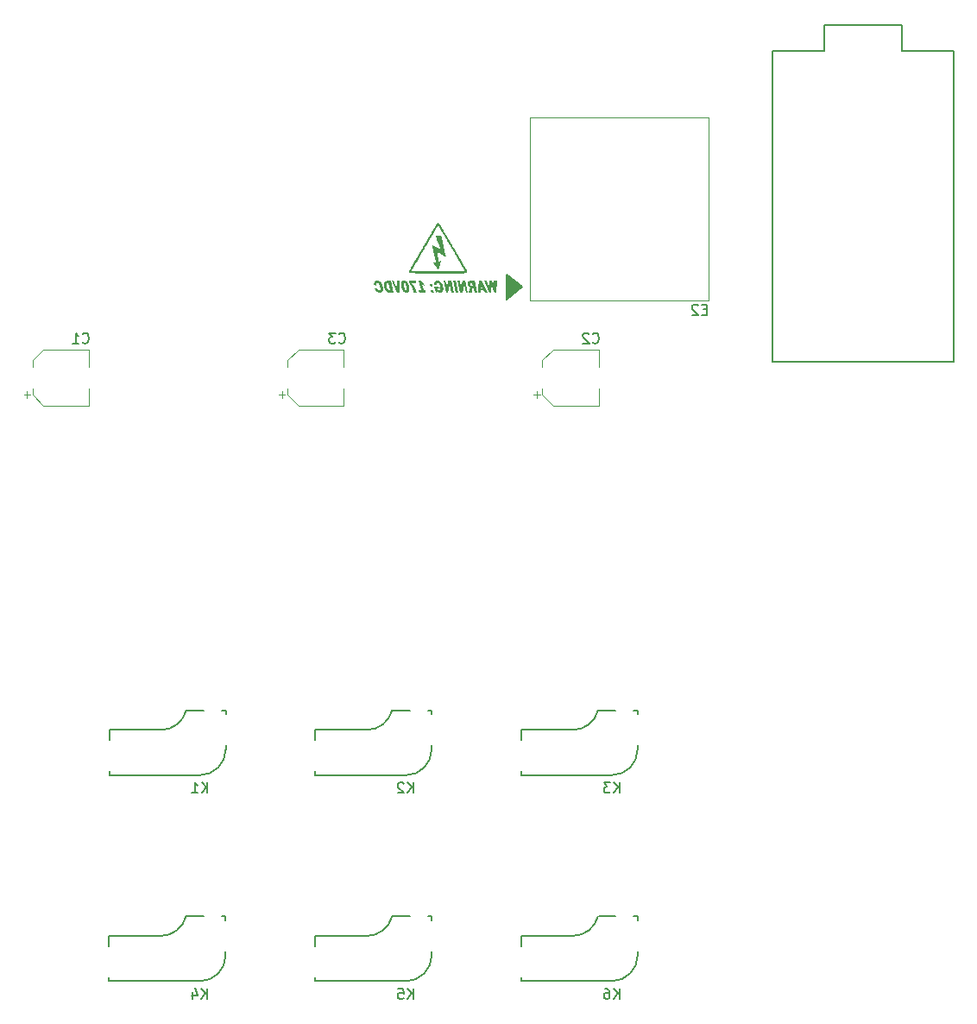
<source format=gbo>
G04 #@! TF.GenerationSoftware,KiCad,Pcbnew,7.0.1*
G04 #@! TF.CreationDate,2023-04-24T18:26:11+10:00*
G04 #@! TF.ProjectId,phi,7068692e-6b69-4636-9164-5f7063625858,rev?*
G04 #@! TF.SameCoordinates,Original*
G04 #@! TF.FileFunction,Legend,Bot*
G04 #@! TF.FilePolarity,Positive*
%FSLAX46Y46*%
G04 Gerber Fmt 4.6, Leading zero omitted, Abs format (unit mm)*
G04 Created by KiCad (PCBNEW 7.0.1) date 2023-04-24 18:26:11*
%MOMM*%
%LPD*%
G01*
G04 APERTURE LIST*
%ADD10C,0.150000*%
%ADD11C,0.300000*%
%ADD12C,0.120000*%
%ADD13C,0.100000*%
G04 APERTURE END LIST*
D10*
X107735000Y-53155000D02*
X106235000Y-54405000D01*
X106235000Y-51905000D01*
X107735000Y-53155000D01*
G36*
X107735000Y-53155000D02*
G01*
X106235000Y-54405000D01*
X106235000Y-51905000D01*
X107735000Y-53155000D01*
G37*
D11*
G36*
X105259905Y-52556771D02*
G01*
X104993192Y-52556771D01*
X105048879Y-53341376D01*
X104749926Y-52556771D01*
X104512229Y-52556771D01*
X104547693Y-53342842D01*
X104258412Y-52556771D01*
X104033611Y-52556771D01*
X104511643Y-53701000D01*
X104744651Y-53701000D01*
X104729703Y-52964461D01*
X105024846Y-53701000D01*
X105255509Y-53701000D01*
X105259905Y-52556771D01*
G37*
G36*
X104327581Y-53701000D02*
G01*
X104083436Y-53701000D01*
X103978803Y-53457147D01*
X103684246Y-53457147D01*
X103680143Y-53701000D01*
X103413429Y-53701000D01*
X103445602Y-53250811D01*
X103691866Y-53250811D01*
X103885307Y-53250811D01*
X103706228Y-52848397D01*
X103691866Y-53250811D01*
X103445602Y-53250811D01*
X103495202Y-52556771D01*
X103753415Y-52556771D01*
X104327581Y-53701000D01*
G37*
G36*
X103333709Y-53701000D02*
G01*
X103072564Y-53701000D01*
X102979068Y-53250811D01*
X102874141Y-53250811D01*
X102820799Y-53701000D01*
X102537672Y-53701000D01*
X102637616Y-53200106D01*
X102627097Y-53194740D01*
X102606795Y-53183245D01*
X102587479Y-53170734D01*
X102569147Y-53157206D01*
X102551800Y-53142661D01*
X102535437Y-53127100D01*
X102520059Y-53110522D01*
X102505665Y-53092928D01*
X102492256Y-53074316D01*
X102479832Y-53054688D01*
X102473989Y-53044493D01*
X102468392Y-53034044D01*
X102463042Y-53023340D01*
X102457937Y-53012382D01*
X102453079Y-53001170D01*
X102448467Y-52989704D01*
X102444100Y-52977984D01*
X102439981Y-52966010D01*
X102436107Y-52953781D01*
X102432479Y-52941299D01*
X102429098Y-52928562D01*
X102425963Y-52915571D01*
X102423073Y-52902325D01*
X102420797Y-52890962D01*
X102417916Y-52874171D01*
X102415937Y-52859624D01*
X102671601Y-52859624D01*
X102672494Y-52873364D01*
X102674033Y-52885047D01*
X102676304Y-52897343D01*
X102680557Y-52915160D01*
X102685619Y-52931827D01*
X102691493Y-52947345D01*
X102698176Y-52961713D01*
X102705671Y-52974932D01*
X102713976Y-52987001D01*
X102723091Y-52997921D01*
X102733018Y-53007692D01*
X102743754Y-53016313D01*
X102755302Y-53023784D01*
X102767660Y-53030106D01*
X102780828Y-53035279D01*
X102794807Y-53039302D01*
X102809597Y-53042176D01*
X102825197Y-53043900D01*
X102841608Y-53044475D01*
X102936277Y-53044475D01*
X102877658Y-52763107D01*
X102788852Y-52763107D01*
X102779330Y-52763205D01*
X102764617Y-52763803D01*
X102751349Y-52764945D01*
X102737335Y-52767033D01*
X102725403Y-52769905D01*
X102714113Y-52774244D01*
X102708558Y-52777272D01*
X102698410Y-52785222D01*
X102690582Y-52794252D01*
X102683736Y-52805217D01*
X102678649Y-52816157D01*
X102676437Y-52822099D01*
X102673250Y-52835021D01*
X102671853Y-52846843D01*
X102671601Y-52859624D01*
X102415937Y-52859624D01*
X102415673Y-52857684D01*
X102414069Y-52841501D01*
X102413104Y-52825621D01*
X102412777Y-52810046D01*
X102413090Y-52794775D01*
X102414041Y-52779807D01*
X102415632Y-52765144D01*
X102417861Y-52750784D01*
X102420729Y-52736729D01*
X102422975Y-52727581D01*
X102426800Y-52714315D01*
X102431170Y-52701594D01*
X102436087Y-52689420D01*
X102441550Y-52677792D01*
X102447559Y-52666710D01*
X102454114Y-52656174D01*
X102461215Y-52646185D01*
X102468862Y-52636741D01*
X102477056Y-52627844D01*
X102485795Y-52619492D01*
X102488805Y-52616814D01*
X102497899Y-52609174D01*
X102510177Y-52599910D01*
X102522628Y-52591699D01*
X102535254Y-52584541D01*
X102548054Y-52578436D01*
X102561028Y-52573385D01*
X102574176Y-52569387D01*
X102587498Y-52566443D01*
X102590879Y-52565848D01*
X102605348Y-52563656D01*
X102617192Y-52562211D01*
X102629885Y-52560936D01*
X102643429Y-52559831D01*
X102657823Y-52558896D01*
X102673067Y-52558131D01*
X102689161Y-52557536D01*
X102706105Y-52557111D01*
X102717873Y-52556922D01*
X102730019Y-52556808D01*
X102742543Y-52556771D01*
X103096011Y-52556771D01*
X103333709Y-53701000D01*
G37*
G36*
X102190359Y-52556771D02*
G01*
X101906939Y-52556771D01*
X101776221Y-53218278D01*
X101638761Y-52556771D01*
X101433011Y-52556771D01*
X101670708Y-53701000D01*
X101901957Y-53701000D01*
X102060519Y-52923721D01*
X102222306Y-53701000D01*
X102428056Y-53701000D01*
X102190359Y-52556771D01*
G37*
G36*
X101237812Y-52556771D02*
G01*
X100976667Y-52556771D01*
X101214364Y-53701000D01*
X101475509Y-53701000D01*
X101237812Y-52556771D01*
G37*
G36*
X100789382Y-52556771D02*
G01*
X100505963Y-52556771D01*
X100375244Y-53218278D01*
X100237784Y-52556771D01*
X100032034Y-52556771D01*
X100269731Y-53701000D01*
X100500980Y-53701000D01*
X100659542Y-52923721D01*
X100821329Y-53701000D01*
X101027079Y-53701000D01*
X100789382Y-52556771D01*
G37*
G36*
X99559570Y-53081990D02*
G01*
X99158621Y-53081990D01*
X99287288Y-53701000D01*
X99406284Y-53701000D01*
X99410387Y-53588452D01*
X99423980Y-53604353D01*
X99438162Y-53619227D01*
X99452932Y-53633076D01*
X99468291Y-53645898D01*
X99484238Y-53657695D01*
X99500773Y-53668466D01*
X99517898Y-53678212D01*
X99535610Y-53686931D01*
X99553911Y-53694625D01*
X99572801Y-53701293D01*
X99592279Y-53706935D01*
X99612345Y-53711551D01*
X99633000Y-53715141D01*
X99654243Y-53717706D01*
X99676075Y-53719244D01*
X99698496Y-53719757D01*
X99710476Y-53719605D01*
X99722236Y-53719149D01*
X99745097Y-53717326D01*
X99767079Y-53714286D01*
X99788182Y-53710030D01*
X99808405Y-53704559D01*
X99827749Y-53697872D01*
X99846214Y-53689969D01*
X99863799Y-53680849D01*
X99880505Y-53670515D01*
X99896332Y-53658964D01*
X99911280Y-53646197D01*
X99925348Y-53632215D01*
X99938538Y-53617016D01*
X99950847Y-53600602D01*
X99962278Y-53582972D01*
X99972829Y-53564126D01*
X99982378Y-53544265D01*
X99990873Y-53523592D01*
X99998314Y-53502106D01*
X100004703Y-53479807D01*
X100007502Y-53468353D01*
X100010038Y-53456695D01*
X100012311Y-53444834D01*
X100014320Y-53432770D01*
X100016066Y-53420503D01*
X100017549Y-53408033D01*
X100018768Y-53395359D01*
X100019724Y-53382482D01*
X100020417Y-53369402D01*
X100020846Y-53356119D01*
X100021012Y-53342633D01*
X100020915Y-53328943D01*
X100020554Y-53315050D01*
X100019930Y-53300954D01*
X100019043Y-53286654D01*
X100017892Y-53272152D01*
X100016478Y-53257446D01*
X100014801Y-53242537D01*
X100012860Y-53227425D01*
X100010656Y-53212109D01*
X100008189Y-53196591D01*
X100005459Y-53180869D01*
X100002465Y-53164944D01*
X99999207Y-53148815D01*
X99995496Y-53131362D01*
X99991615Y-53114135D01*
X99987564Y-53097136D01*
X99983344Y-53080365D01*
X99978954Y-53063820D01*
X99974395Y-53047503D01*
X99969667Y-53031413D01*
X99964769Y-53015550D01*
X99959702Y-52999915D01*
X99954465Y-52984507D01*
X99949059Y-52969326D01*
X99943483Y-52954372D01*
X99937738Y-52939646D01*
X99931824Y-52925146D01*
X99925740Y-52910875D01*
X99919487Y-52896830D01*
X99913064Y-52883013D01*
X99906471Y-52869422D01*
X99899710Y-52856060D01*
X99892779Y-52842924D01*
X99885678Y-52830016D01*
X99878408Y-52817335D01*
X99870969Y-52804881D01*
X99863360Y-52792654D01*
X99855581Y-52780655D01*
X99847633Y-52768883D01*
X99839516Y-52757338D01*
X99831229Y-52746021D01*
X99822773Y-52734930D01*
X99814148Y-52724067D01*
X99805353Y-52713432D01*
X99796388Y-52703023D01*
X99787270Y-52692871D01*
X99778013Y-52683041D01*
X99768617Y-52673534D01*
X99759083Y-52664349D01*
X99749411Y-52655486D01*
X99739599Y-52646945D01*
X99729650Y-52638727D01*
X99719562Y-52630831D01*
X99709335Y-52623257D01*
X99698970Y-52616006D01*
X99688466Y-52609077D01*
X99677824Y-52602470D01*
X99667043Y-52596185D01*
X99656123Y-52590223D01*
X99645065Y-52584583D01*
X99633869Y-52579265D01*
X99622534Y-52574270D01*
X99611061Y-52569597D01*
X99599449Y-52565246D01*
X99587698Y-52561217D01*
X99575809Y-52557511D01*
X99563781Y-52554127D01*
X99551615Y-52551065D01*
X99539310Y-52548326D01*
X99526867Y-52545909D01*
X99514285Y-52543814D01*
X99501565Y-52542041D01*
X99488706Y-52540591D01*
X99475709Y-52539463D01*
X99462573Y-52538657D01*
X99449299Y-52538174D01*
X99435886Y-52538013D01*
X99414484Y-52538398D01*
X99393841Y-52539555D01*
X99373955Y-52541483D01*
X99354828Y-52544181D01*
X99336458Y-52547651D01*
X99318846Y-52551892D01*
X99301992Y-52556904D01*
X99285896Y-52562687D01*
X99270558Y-52569242D01*
X99255978Y-52576567D01*
X99242156Y-52584663D01*
X99229091Y-52593531D01*
X99216785Y-52603169D01*
X99205237Y-52613579D01*
X99194446Y-52624760D01*
X99184413Y-52636711D01*
X99175139Y-52649434D01*
X99166622Y-52662928D01*
X99158863Y-52677193D01*
X99151862Y-52692229D01*
X99145619Y-52708036D01*
X99140134Y-52724615D01*
X99135406Y-52741964D01*
X99131437Y-52760084D01*
X99128226Y-52778976D01*
X99125772Y-52798639D01*
X99124077Y-52819072D01*
X99123139Y-52840277D01*
X99122959Y-52862253D01*
X99123537Y-52885000D01*
X99124873Y-52908518D01*
X99126967Y-52932807D01*
X99370819Y-52971202D01*
X99369678Y-52958399D01*
X99368818Y-52946003D01*
X99368240Y-52934013D01*
X99367929Y-52911253D01*
X99368744Y-52890118D01*
X99370686Y-52870609D01*
X99373754Y-52852726D01*
X99377949Y-52836469D01*
X99383270Y-52821837D01*
X99389718Y-52808831D01*
X99397293Y-52797451D01*
X99405994Y-52787696D01*
X99415822Y-52779568D01*
X99426776Y-52773065D01*
X99438857Y-52768187D01*
X99452064Y-52764936D01*
X99466398Y-52763310D01*
X99473988Y-52763107D01*
X99488320Y-52763795D01*
X99502409Y-52765858D01*
X99516257Y-52769297D01*
X99529863Y-52774112D01*
X99543226Y-52780302D01*
X99556347Y-52787867D01*
X99569227Y-52796809D01*
X99581864Y-52807126D01*
X99594258Y-52818818D01*
X99602387Y-52827377D01*
X99610408Y-52836548D01*
X99614378Y-52841362D01*
X99622191Y-52851710D01*
X99629876Y-52863189D01*
X99637432Y-52875798D01*
X99644860Y-52889539D01*
X99652160Y-52904411D01*
X99659331Y-52920415D01*
X99666375Y-52937549D01*
X99673290Y-52955815D01*
X99680077Y-52975211D01*
X99686735Y-52995739D01*
X99693266Y-53017398D01*
X99699668Y-53040188D01*
X99702821Y-53052008D01*
X99705942Y-53064110D01*
X99709031Y-53076494D01*
X99712088Y-53089162D01*
X99715113Y-53102112D01*
X99718105Y-53115346D01*
X99721066Y-53128862D01*
X99723995Y-53142660D01*
X99726491Y-53154871D01*
X99728851Y-53166848D01*
X99731075Y-53178591D01*
X99735114Y-53201375D01*
X99738609Y-53223221D01*
X99741558Y-53244132D01*
X99743962Y-53264105D01*
X99745821Y-53283142D01*
X99747136Y-53301243D01*
X99747905Y-53318407D01*
X99748129Y-53334635D01*
X99747809Y-53349926D01*
X99746943Y-53364281D01*
X99745533Y-53377699D01*
X99743577Y-53390180D01*
X99741077Y-53401725D01*
X99736304Y-53417287D01*
X99730367Y-53431115D01*
X99723435Y-53443583D01*
X99715508Y-53454691D01*
X99706588Y-53464438D01*
X99696673Y-53472826D01*
X99685763Y-53479853D01*
X99673860Y-53485520D01*
X99660962Y-53489827D01*
X99647069Y-53492774D01*
X99632183Y-53494361D01*
X99621706Y-53494663D01*
X99604606Y-53493857D01*
X99588257Y-53491439D01*
X99572659Y-53487409D01*
X99557812Y-53481767D01*
X99543716Y-53474513D01*
X99530371Y-53465647D01*
X99517777Y-53455169D01*
X99505935Y-53443079D01*
X99494843Y-53429377D01*
X99484502Y-53414063D01*
X99474913Y-53397137D01*
X99466074Y-53378599D01*
X99457987Y-53358449D01*
X99450650Y-53336687D01*
X99447264Y-53325201D01*
X99444065Y-53313313D01*
X99441054Y-53301021D01*
X99438230Y-53288327D01*
X99602362Y-53288327D01*
X99559570Y-53081990D01*
G37*
G36*
X98931769Y-52856896D02*
G01*
X98687916Y-52856896D01*
X98742431Y-53119506D01*
X98985990Y-53118627D01*
X98931769Y-52856896D01*
G37*
G36*
X99052522Y-53438390D02*
G01*
X98808670Y-53438390D01*
X98863185Y-53701000D01*
X99107037Y-53701000D01*
X99052522Y-53438390D01*
G37*
G36*
X97815090Y-52556771D02*
G01*
X97614909Y-52556771D01*
X97809815Y-53494663D01*
X97627512Y-53494663D01*
X97670303Y-53701000D01*
X98298984Y-53701000D01*
X98256193Y-53494663D01*
X98070666Y-53494663D01*
X97943171Y-52880930D01*
X97953380Y-52889727D01*
X97964004Y-52898460D01*
X97975041Y-52907129D01*
X97986494Y-52915734D01*
X97998361Y-52924275D01*
X98010642Y-52932752D01*
X98023337Y-52941165D01*
X98036448Y-52949513D01*
X98049972Y-52957798D01*
X98063911Y-52966018D01*
X98078265Y-52974174D01*
X98093032Y-52982266D01*
X98108215Y-52990294D01*
X98123812Y-52998258D01*
X98139823Y-53006158D01*
X98156249Y-53013993D01*
X98105251Y-52769262D01*
X98084608Y-52758918D01*
X98064300Y-52748182D01*
X98044327Y-52737055D01*
X98024687Y-52725536D01*
X98005382Y-52713626D01*
X97986411Y-52701324D01*
X97967775Y-52688631D01*
X97949473Y-52675546D01*
X97931505Y-52662069D01*
X97913871Y-52648201D01*
X97896572Y-52633942D01*
X97879607Y-52619291D01*
X97862976Y-52604248D01*
X97846680Y-52588814D01*
X97830718Y-52572988D01*
X97815090Y-52556771D01*
G37*
G36*
X97298956Y-52556771D02*
G01*
X96626605Y-52556771D01*
X96669689Y-52764866D01*
X96690405Y-52786702D01*
X96710715Y-52809017D01*
X96730618Y-52831811D01*
X96750115Y-52855083D01*
X96769206Y-52878833D01*
X96787890Y-52903063D01*
X96806167Y-52927771D01*
X96824038Y-52952957D01*
X96841503Y-52978622D01*
X96858561Y-53004765D01*
X96875213Y-53031388D01*
X96891458Y-53058488D01*
X96907297Y-53086067D01*
X96922730Y-53114125D01*
X96937756Y-53142661D01*
X96952376Y-53171676D01*
X96966589Y-53201170D01*
X96980396Y-53231142D01*
X96993796Y-53261592D01*
X97006790Y-53292522D01*
X97019377Y-53323929D01*
X97031558Y-53355816D01*
X97043333Y-53388181D01*
X97054701Y-53421024D01*
X97065663Y-53454346D01*
X97076218Y-53488146D01*
X97086367Y-53522426D01*
X97096109Y-53557183D01*
X97105445Y-53592419D01*
X97114375Y-53628134D01*
X97122898Y-53664328D01*
X97131015Y-53701000D01*
X97413262Y-53701000D01*
X97405730Y-53668231D01*
X97397679Y-53635761D01*
X97389108Y-53603591D01*
X97380019Y-53571719D01*
X97370410Y-53540146D01*
X97360282Y-53508871D01*
X97349635Y-53477896D01*
X97338469Y-53447219D01*
X97326783Y-53416841D01*
X97314578Y-53386762D01*
X97301854Y-53356982D01*
X97288611Y-53327500D01*
X97274849Y-53298318D01*
X97260567Y-53269434D01*
X97245766Y-53240849D01*
X97230446Y-53212563D01*
X97214607Y-53184575D01*
X97198248Y-53156887D01*
X97181371Y-53129497D01*
X97163974Y-53102406D01*
X97146058Y-53075614D01*
X97127623Y-53049121D01*
X97108668Y-53022926D01*
X97089194Y-52997031D01*
X97069201Y-52971434D01*
X97048689Y-52946136D01*
X97027658Y-52921136D01*
X97006108Y-52896436D01*
X96984038Y-52872035D01*
X96961449Y-52847932D01*
X96938341Y-52824128D01*
X96914713Y-52800623D01*
X97369591Y-52800623D01*
X97298956Y-52556771D01*
G37*
G36*
X96179780Y-52538156D02*
G01*
X96192068Y-52538586D01*
X96204195Y-52539303D01*
X96216162Y-52540307D01*
X96227968Y-52541598D01*
X96239613Y-52543175D01*
X96262420Y-52547190D01*
X96284584Y-52552352D01*
X96306104Y-52558662D01*
X96326982Y-52566119D01*
X96347215Y-52574722D01*
X96366805Y-52584473D01*
X96385752Y-52595372D01*
X96404055Y-52607417D01*
X96421715Y-52620610D01*
X96438732Y-52634949D01*
X96455105Y-52650436D01*
X96470834Y-52667070D01*
X96485921Y-52684852D01*
X96493250Y-52694188D01*
X96500474Y-52703842D01*
X96507593Y-52713814D01*
X96514607Y-52724103D01*
X96521515Y-52734710D01*
X96528318Y-52745635D01*
X96535016Y-52756877D01*
X96541608Y-52768438D01*
X96548095Y-52780315D01*
X96554477Y-52792511D01*
X96560753Y-52805024D01*
X96566924Y-52817856D01*
X96572989Y-52831004D01*
X96578950Y-52844471D01*
X96584805Y-52858255D01*
X96590554Y-52872357D01*
X96596199Y-52886776D01*
X96601738Y-52901514D01*
X96607171Y-52916569D01*
X96612500Y-52931941D01*
X96617722Y-52947632D01*
X96622840Y-52963640D01*
X96627852Y-52979966D01*
X96632759Y-52996609D01*
X96637561Y-53013570D01*
X96642257Y-53030849D01*
X96646848Y-53048446D01*
X96651334Y-53066360D01*
X96655714Y-53084592D01*
X96659989Y-53103142D01*
X96664159Y-53122010D01*
X96668224Y-53141195D01*
X96671616Y-53157935D01*
X96674796Y-53174450D01*
X96677764Y-53190741D01*
X96680520Y-53206806D01*
X96683063Y-53222647D01*
X96685393Y-53238262D01*
X96687512Y-53253652D01*
X96689418Y-53268818D01*
X96691111Y-53283758D01*
X96692592Y-53298474D01*
X96693861Y-53312964D01*
X96694918Y-53327230D01*
X96695762Y-53341271D01*
X96696393Y-53355086D01*
X96696813Y-53368677D01*
X96697020Y-53382043D01*
X96697014Y-53395184D01*
X96696796Y-53408099D01*
X96696366Y-53420790D01*
X96695724Y-53433256D01*
X96694869Y-53445497D01*
X96693801Y-53457513D01*
X96691030Y-53480870D01*
X96687408Y-53503327D01*
X96682938Y-53524884D01*
X96677617Y-53545541D01*
X96671448Y-53565298D01*
X96667979Y-53574801D01*
X96660128Y-53592902D01*
X96651056Y-53609796D01*
X96640763Y-53625483D01*
X96629250Y-53639963D01*
X96616517Y-53653237D01*
X96602563Y-53665304D01*
X96587388Y-53676165D01*
X96570994Y-53685819D01*
X96553378Y-53694266D01*
X96534543Y-53701506D01*
X96514486Y-53707539D01*
X96493210Y-53712366D01*
X96470713Y-53715986D01*
X96459007Y-53717344D01*
X96446995Y-53718400D01*
X96434679Y-53719154D01*
X96422057Y-53719607D01*
X96409131Y-53719757D01*
X96396699Y-53719614D01*
X96384429Y-53719183D01*
X96372318Y-53718464D01*
X96360368Y-53717458D01*
X96348578Y-53716165D01*
X96325478Y-53712717D01*
X96303020Y-53708119D01*
X96281203Y-53702372D01*
X96260027Y-53695475D01*
X96239493Y-53687429D01*
X96219599Y-53678233D01*
X96200347Y-53667888D01*
X96181735Y-53656393D01*
X96163765Y-53643749D01*
X96146436Y-53629955D01*
X96129748Y-53615012D01*
X96113701Y-53598920D01*
X96098296Y-53581678D01*
X96090833Y-53572625D01*
X96083504Y-53563255D01*
X96076281Y-53553570D01*
X96069163Y-53543572D01*
X96062152Y-53533260D01*
X96055246Y-53522634D01*
X96048446Y-53511695D01*
X96041752Y-53500441D01*
X96035164Y-53488875D01*
X96028682Y-53476994D01*
X96022306Y-53464800D01*
X96016036Y-53452292D01*
X96009871Y-53439470D01*
X96003813Y-53426335D01*
X95997860Y-53412886D01*
X95992014Y-53399123D01*
X95986273Y-53385047D01*
X95980638Y-53370657D01*
X95975109Y-53355953D01*
X95969686Y-53340936D01*
X95964369Y-53325604D01*
X95959158Y-53309959D01*
X95954052Y-53294001D01*
X95949053Y-53277729D01*
X95944159Y-53261143D01*
X95939372Y-53244243D01*
X95934690Y-53227029D01*
X95930114Y-53209502D01*
X95925644Y-53191662D01*
X95921280Y-53173507D01*
X95917022Y-53155039D01*
X95912870Y-53136257D01*
X95908824Y-53117161D01*
X95905413Y-53100385D01*
X95902216Y-53083835D01*
X95899233Y-53067511D01*
X95896463Y-53051413D01*
X95893907Y-53035541D01*
X95891564Y-53019895D01*
X95889435Y-53004475D01*
X95887520Y-52989282D01*
X95885817Y-52974315D01*
X95884329Y-52959573D01*
X95883054Y-52945058D01*
X95881992Y-52930769D01*
X95881144Y-52916706D01*
X95880509Y-52902869D01*
X95880088Y-52889258D01*
X95879881Y-52875874D01*
X95879887Y-52862715D01*
X95880106Y-52849783D01*
X95880539Y-52837077D01*
X95880611Y-52835697D01*
X96139822Y-52835697D01*
X96140300Y-52848261D01*
X96141244Y-52862265D01*
X96142652Y-52877709D01*
X96144525Y-52894594D01*
X96146863Y-52912919D01*
X96149666Y-52932685D01*
X96152933Y-52953890D01*
X96156665Y-52976536D01*
X96158706Y-52988399D01*
X96160863Y-53000622D01*
X96163135Y-53013206D01*
X96165524Y-53026149D01*
X96168030Y-53039452D01*
X96170651Y-53053115D01*
X96173389Y-53067139D01*
X96176243Y-53081522D01*
X96179213Y-53096266D01*
X96182299Y-53111370D01*
X96185502Y-53126833D01*
X96189072Y-53143874D01*
X96192600Y-53160483D01*
X96196088Y-53176661D01*
X96199534Y-53192408D01*
X96202939Y-53207724D01*
X96206302Y-53222609D01*
X96209625Y-53237063D01*
X96212906Y-53251086D01*
X96216146Y-53264678D01*
X96219345Y-53277838D01*
X96222502Y-53290568D01*
X96225619Y-53302867D01*
X96228694Y-53314734D01*
X96231728Y-53326171D01*
X96237672Y-53347751D01*
X96243452Y-53367607D01*
X96249066Y-53385738D01*
X96254516Y-53402146D01*
X96259801Y-53416829D01*
X96264921Y-53429788D01*
X96272291Y-53445994D01*
X96279291Y-53458320D01*
X96281580Y-53461710D01*
X96288661Y-53471234D01*
X96298599Y-53482427D01*
X96309104Y-53491897D01*
X96320177Y-53499646D01*
X96331819Y-53505672D01*
X96344028Y-53509977D01*
X96356805Y-53512560D01*
X96370150Y-53513421D01*
X96383110Y-53512533D01*
X96397429Y-53508923D01*
X96409660Y-53502538D01*
X96419800Y-53493376D01*
X96427852Y-53481437D01*
X96432789Y-53469888D01*
X96436388Y-53456561D01*
X96437590Y-53448592D01*
X96438406Y-53433542D01*
X96438292Y-53421445D01*
X96437650Y-53407697D01*
X96436483Y-53392298D01*
X96434788Y-53375249D01*
X96432567Y-53356548D01*
X96429819Y-53336197D01*
X96426545Y-53314194D01*
X96424710Y-53302574D01*
X96422744Y-53290541D01*
X96420646Y-53278095D01*
X96418416Y-53265236D01*
X96416055Y-53251965D01*
X96413562Y-53238281D01*
X96410937Y-53224184D01*
X96408181Y-53209675D01*
X96405293Y-53194753D01*
X96402273Y-53179418D01*
X96399122Y-53163670D01*
X96395839Y-53147510D01*
X96392424Y-53130937D01*
X96388908Y-53114129D01*
X96385430Y-53097742D01*
X96381991Y-53081775D01*
X96378590Y-53066228D01*
X96375227Y-53051101D01*
X96371902Y-53036394D01*
X96368616Y-53022108D01*
X96365368Y-53008241D01*
X96362159Y-52994795D01*
X96358988Y-52981769D01*
X96355855Y-52969163D01*
X96352761Y-52956978D01*
X96349705Y-52945212D01*
X96346687Y-52933867D01*
X96340767Y-52912437D01*
X96335000Y-52892688D01*
X96329387Y-52874619D01*
X96323927Y-52858231D01*
X96318620Y-52843524D01*
X96313467Y-52830497D01*
X96306025Y-52814109D01*
X96298928Y-52801502D01*
X96296602Y-52797986D01*
X96289403Y-52788107D01*
X96279291Y-52776498D01*
X96268593Y-52766674D01*
X96257309Y-52758637D01*
X96245439Y-52752386D01*
X96232983Y-52747921D01*
X96219940Y-52745242D01*
X96206311Y-52744349D01*
X96192527Y-52745384D01*
X96180336Y-52748489D01*
X96169739Y-52753664D01*
X96158734Y-52763043D01*
X96151723Y-52772876D01*
X96146305Y-52784778D01*
X96142481Y-52798750D01*
X96140659Y-52810588D01*
X96139975Y-52819551D01*
X96139822Y-52835697D01*
X95880611Y-52835697D01*
X95881186Y-52824597D01*
X95882046Y-52812343D01*
X95883120Y-52800315D01*
X95885908Y-52776937D01*
X95889549Y-52754464D01*
X95894045Y-52732896D01*
X95899395Y-52712232D01*
X95905600Y-52692472D01*
X95909067Y-52682969D01*
X95916914Y-52664868D01*
X95925977Y-52647974D01*
X95936256Y-52632287D01*
X95947751Y-52617807D01*
X95960461Y-52604533D01*
X95974388Y-52592466D01*
X95989530Y-52581605D01*
X96005888Y-52571952D01*
X96023462Y-52563505D01*
X96042252Y-52556264D01*
X96062258Y-52550231D01*
X96083480Y-52545404D01*
X96105917Y-52541784D01*
X96117592Y-52540426D01*
X96129570Y-52539370D01*
X96141853Y-52538616D01*
X96154440Y-52538164D01*
X96167330Y-52538013D01*
X96179780Y-52538156D01*
G37*
G36*
X95767260Y-52556771D02*
G01*
X95494392Y-52556771D01*
X95502599Y-53374789D01*
X95165544Y-52556771D01*
X94937812Y-52556771D01*
X95449842Y-53701000D01*
X95735900Y-53701000D01*
X95767260Y-52556771D01*
G37*
G36*
X95103702Y-53701000D02*
G01*
X94802697Y-53701000D01*
X94787882Y-53700908D01*
X94773333Y-53700633D01*
X94759049Y-53700175D01*
X94745031Y-53699534D01*
X94731279Y-53698710D01*
X94717792Y-53697702D01*
X94704571Y-53696512D01*
X94691615Y-53695138D01*
X94678925Y-53693581D01*
X94666501Y-53691840D01*
X94654342Y-53689917D01*
X94642449Y-53687810D01*
X94630821Y-53685521D01*
X94613878Y-53681742D01*
X94597533Y-53677552D01*
X94592191Y-53676024D01*
X94576251Y-53670912D01*
X94560441Y-53665006D01*
X94544759Y-53658307D01*
X94529206Y-53650814D01*
X94513782Y-53642528D01*
X94503571Y-53636563D01*
X94493417Y-53630245D01*
X94483320Y-53623575D01*
X94473280Y-53616553D01*
X94463298Y-53609177D01*
X94453373Y-53601449D01*
X94443505Y-53593369D01*
X94433695Y-53584935D01*
X94423970Y-53576131D01*
X94414360Y-53566938D01*
X94404864Y-53557355D01*
X94395483Y-53547383D01*
X94386216Y-53537022D01*
X94377064Y-53526271D01*
X94368026Y-53515131D01*
X94359103Y-53503602D01*
X94350294Y-53491684D01*
X94341600Y-53479377D01*
X94333020Y-53466680D01*
X94324555Y-53453594D01*
X94316204Y-53440118D01*
X94307967Y-53426254D01*
X94299846Y-53412000D01*
X94291838Y-53397357D01*
X94283976Y-53382351D01*
X94276364Y-53367081D01*
X94269001Y-53351549D01*
X94261888Y-53335753D01*
X94255024Y-53319693D01*
X94248410Y-53303371D01*
X94242046Y-53286785D01*
X94235931Y-53269935D01*
X94230066Y-53252823D01*
X94224450Y-53235447D01*
X94219084Y-53217807D01*
X94213968Y-53199905D01*
X94209101Y-53181739D01*
X94204483Y-53163310D01*
X94200116Y-53144617D01*
X94195997Y-53125661D01*
X94193276Y-53112246D01*
X94190717Y-53099002D01*
X94188321Y-53085930D01*
X94186087Y-53073028D01*
X94184016Y-53060298D01*
X94182108Y-53047739D01*
X94180362Y-53035351D01*
X94178778Y-53023134D01*
X94177357Y-53011088D01*
X94176099Y-52999214D01*
X94174071Y-52975978D01*
X94172692Y-52953427D01*
X94172420Y-52945272D01*
X94446951Y-52945272D01*
X94447154Y-52957683D01*
X94447693Y-52970625D01*
X94448569Y-52984098D01*
X94449781Y-52998102D01*
X94451330Y-53012638D01*
X94453216Y-53027704D01*
X94455438Y-53043302D01*
X94457997Y-53059432D01*
X94460893Y-53076092D01*
X94464125Y-53093284D01*
X94467693Y-53111006D01*
X94471769Y-53130242D01*
X94475936Y-53148893D01*
X94480195Y-53166961D01*
X94484546Y-53184444D01*
X94488988Y-53201344D01*
X94493522Y-53217660D01*
X94498147Y-53233392D01*
X94502864Y-53248540D01*
X94507673Y-53263104D01*
X94512573Y-53277084D01*
X94517564Y-53290480D01*
X94522648Y-53303293D01*
X94527823Y-53315521D01*
X94533089Y-53327166D01*
X94538447Y-53338227D01*
X94543897Y-53348704D01*
X94546633Y-53353748D01*
X94554924Y-53368304D01*
X94563339Y-53381995D01*
X94571878Y-53394820D01*
X94580540Y-53406779D01*
X94589326Y-53417873D01*
X94598236Y-53428102D01*
X94607269Y-53437465D01*
X94616426Y-53445962D01*
X94625706Y-53453594D01*
X94638272Y-53462423D01*
X94651429Y-53469979D01*
X94665548Y-53476528D01*
X94676768Y-53480779D01*
X94688530Y-53484462D01*
X94700832Y-53487579D01*
X94713675Y-53490129D01*
X94727059Y-53492113D01*
X94740984Y-53493530D01*
X94755450Y-53494380D01*
X94770457Y-53494663D01*
X94799766Y-53494663D01*
X94647651Y-52763107D01*
X94614532Y-52763107D01*
X94605160Y-52763209D01*
X94591677Y-52763744D01*
X94578885Y-52764737D01*
X94566783Y-52766189D01*
X94551721Y-52768839D01*
X94537886Y-52772303D01*
X94525278Y-52776583D01*
X94513898Y-52781677D01*
X94501399Y-52789192D01*
X94492469Y-52796492D01*
X94484289Y-52805349D01*
X94476861Y-52815763D01*
X94470184Y-52827734D01*
X94464258Y-52841262D01*
X94460307Y-52852429D01*
X94456778Y-52864473D01*
X94453671Y-52877393D01*
X94450987Y-52891188D01*
X94449507Y-52900942D01*
X94447917Y-52916570D01*
X94447085Y-52933393D01*
X94446951Y-52945272D01*
X94172420Y-52945272D01*
X94171964Y-52931561D01*
X94171886Y-52910380D01*
X94172459Y-52889883D01*
X94173681Y-52870070D01*
X94175554Y-52850943D01*
X94178078Y-52832500D01*
X94181251Y-52814741D01*
X94185075Y-52797668D01*
X94189549Y-52781279D01*
X94194587Y-52765511D01*
X94200101Y-52750376D01*
X94206091Y-52735872D01*
X94212557Y-52722001D01*
X94219500Y-52708761D01*
X94226919Y-52696154D01*
X94234814Y-52684178D01*
X94243185Y-52672835D01*
X94252033Y-52662123D01*
X94261357Y-52652044D01*
X94271157Y-52642596D01*
X94281434Y-52633780D01*
X94292186Y-52625597D01*
X94303415Y-52618045D01*
X94315121Y-52611125D01*
X94327302Y-52604838D01*
X94340004Y-52599017D01*
X94353268Y-52593572D01*
X94367096Y-52588502D01*
X94381488Y-52583808D01*
X94396442Y-52579490D01*
X94411960Y-52575547D01*
X94428041Y-52571979D01*
X94444685Y-52568787D01*
X94461893Y-52565971D01*
X94479664Y-52563530D01*
X94497998Y-52561465D01*
X94516896Y-52559775D01*
X94536357Y-52558460D01*
X94556381Y-52557522D01*
X94576968Y-52556958D01*
X94598119Y-52556771D01*
X94866004Y-52556771D01*
X95103702Y-53701000D01*
G37*
G36*
X93534197Y-53268983D02*
G01*
X93295034Y-53284517D01*
X93298495Y-53296840D01*
X93302101Y-53309007D01*
X93305850Y-53321018D01*
X93309744Y-53332872D01*
X93313782Y-53344570D01*
X93317964Y-53356112D01*
X93322291Y-53367498D01*
X93326762Y-53378727D01*
X93331377Y-53389800D01*
X93336136Y-53400717D01*
X93341039Y-53411478D01*
X93346087Y-53422082D01*
X93356616Y-53442821D01*
X93367721Y-53462936D01*
X93379404Y-53482425D01*
X93391663Y-53501290D01*
X93404499Y-53519529D01*
X93417913Y-53537143D01*
X93431904Y-53554132D01*
X93446471Y-53570496D01*
X93461616Y-53586235D01*
X93477337Y-53601348D01*
X93493479Y-53615687D01*
X93509957Y-53629101D01*
X93526772Y-53641589D01*
X93543924Y-53653152D01*
X93561412Y-53663791D01*
X93579237Y-53673504D01*
X93597398Y-53682292D01*
X93615896Y-53690155D01*
X93634731Y-53697093D01*
X93653902Y-53703106D01*
X93673410Y-53708194D01*
X93693254Y-53712357D01*
X93713435Y-53715595D01*
X93733953Y-53717907D01*
X93754807Y-53719295D01*
X93775997Y-53719757D01*
X93788929Y-53719603D01*
X93801602Y-53719138D01*
X93814016Y-53718364D01*
X93826171Y-53717280D01*
X93838068Y-53715886D01*
X93849705Y-53714183D01*
X93872205Y-53709847D01*
X93893669Y-53704273D01*
X93914098Y-53697460D01*
X93933493Y-53689408D01*
X93951852Y-53680117D01*
X93969177Y-53669587D01*
X93985466Y-53657819D01*
X94000721Y-53644812D01*
X94014940Y-53630566D01*
X94028125Y-53615081D01*
X94040274Y-53598358D01*
X94051389Y-53580396D01*
X94061468Y-53561195D01*
X94070473Y-53540887D01*
X94078436Y-53519677D01*
X94085357Y-53497564D01*
X94088426Y-53486170D01*
X94091236Y-53474550D01*
X94093784Y-53462704D01*
X94096073Y-53450633D01*
X94098101Y-53438336D01*
X94099868Y-53425814D01*
X94101375Y-53413066D01*
X94102621Y-53400093D01*
X94103607Y-53386894D01*
X94104333Y-53373470D01*
X94104798Y-53359820D01*
X94105003Y-53345944D01*
X94104947Y-53331843D01*
X94104631Y-53317517D01*
X94104054Y-53302965D01*
X94103217Y-53288187D01*
X94102119Y-53273184D01*
X94100761Y-53257955D01*
X94099142Y-53242501D01*
X94097263Y-53226821D01*
X94095124Y-53210916D01*
X94092724Y-53194785D01*
X94090063Y-53178428D01*
X94087143Y-53161846D01*
X94083961Y-53145039D01*
X94080519Y-53128006D01*
X94076866Y-53110884D01*
X94073051Y-53093995D01*
X94069074Y-53077337D01*
X94064935Y-53060911D01*
X94060634Y-53044717D01*
X94056171Y-53028754D01*
X94051546Y-53013024D01*
X94046759Y-52997525D01*
X94041810Y-52982258D01*
X94036699Y-52967223D01*
X94031426Y-52952420D01*
X94025991Y-52937849D01*
X94020394Y-52923510D01*
X94014634Y-52909402D01*
X94008713Y-52895526D01*
X94002630Y-52881882D01*
X93996385Y-52868470D01*
X93989978Y-52855290D01*
X93983409Y-52842342D01*
X93976678Y-52829625D01*
X93969785Y-52817140D01*
X93962730Y-52804887D01*
X93955513Y-52792866D01*
X93948134Y-52781077D01*
X93940593Y-52769520D01*
X93932889Y-52758194D01*
X93925024Y-52747101D01*
X93916997Y-52736239D01*
X93908808Y-52725609D01*
X93900457Y-52715211D01*
X93891944Y-52705044D01*
X93883269Y-52695110D01*
X93874425Y-52685445D01*
X93865441Y-52676086D01*
X93856317Y-52667035D01*
X93847054Y-52658290D01*
X93837651Y-52649852D01*
X93828108Y-52641721D01*
X93818426Y-52633897D01*
X93808604Y-52626380D01*
X93798642Y-52619169D01*
X93788541Y-52612266D01*
X93778300Y-52605669D01*
X93767919Y-52599379D01*
X93757399Y-52593396D01*
X93746739Y-52587719D01*
X93735939Y-52582350D01*
X93725000Y-52577287D01*
X93713920Y-52572531D01*
X93702702Y-52568082D01*
X93691343Y-52563940D01*
X93679845Y-52560105D01*
X93668207Y-52556576D01*
X93656430Y-52553354D01*
X93644513Y-52550439D01*
X93632456Y-52547831D01*
X93620259Y-52545530D01*
X93607923Y-52543536D01*
X93595447Y-52541848D01*
X93582832Y-52540467D01*
X93570077Y-52539393D01*
X93557182Y-52538626D01*
X93544147Y-52538166D01*
X93530973Y-52538013D01*
X93509179Y-52538454D01*
X93488200Y-52539778D01*
X93468036Y-52541985D01*
X93448688Y-52545074D01*
X93430154Y-52549047D01*
X93412436Y-52553902D01*
X93395533Y-52559639D01*
X93379445Y-52566259D01*
X93364172Y-52573762D01*
X93349714Y-52582148D01*
X93336072Y-52591417D01*
X93323244Y-52601568D01*
X93311232Y-52612602D01*
X93300035Y-52624518D01*
X93289653Y-52637318D01*
X93280087Y-52651000D01*
X93271335Y-52665564D01*
X93263399Y-52681012D01*
X93256278Y-52697342D01*
X93249972Y-52714555D01*
X93244481Y-52732650D01*
X93239805Y-52751628D01*
X93235944Y-52771489D01*
X93232899Y-52792233D01*
X93230669Y-52813859D01*
X93229254Y-52836368D01*
X93228654Y-52859760D01*
X93228869Y-52884035D01*
X93229899Y-52909192D01*
X93231745Y-52935232D01*
X93234406Y-52962154D01*
X93237882Y-52989960D01*
X93481734Y-53007838D01*
X93479285Y-52992782D01*
X93477178Y-52978203D01*
X93475413Y-52964102D01*
X93473990Y-52950479D01*
X93472908Y-52937335D01*
X93472168Y-52924668D01*
X93471770Y-52912479D01*
X93471999Y-52889536D01*
X93473595Y-52868504D01*
X93476558Y-52849384D01*
X93480888Y-52832177D01*
X93486585Y-52816881D01*
X93493649Y-52803497D01*
X93502080Y-52792025D01*
X93511878Y-52782466D01*
X93523043Y-52774818D01*
X93535575Y-52769082D01*
X93549474Y-52765258D01*
X93564739Y-52763346D01*
X93572885Y-52763107D01*
X93586133Y-52763787D01*
X93599171Y-52765827D01*
X93611996Y-52769228D01*
X93624611Y-52773988D01*
X93637015Y-52780109D01*
X93649207Y-52787589D01*
X93661188Y-52796430D01*
X93672957Y-52806631D01*
X93684516Y-52818192D01*
X93695863Y-52831113D01*
X93703311Y-52840483D01*
X93710667Y-52850745D01*
X93717933Y-52862186D01*
X93725111Y-52874806D01*
X93732199Y-52888605D01*
X93739197Y-52903584D01*
X93746107Y-52919741D01*
X93752927Y-52937078D01*
X93759658Y-52955595D01*
X93766299Y-52975290D01*
X93772851Y-52996165D01*
X93779314Y-53018219D01*
X93782512Y-53029688D01*
X93785688Y-53041452D01*
X93788841Y-53053511D01*
X93791972Y-53065865D01*
X93795081Y-53078513D01*
X93798167Y-53091456D01*
X93801231Y-53104694D01*
X93804273Y-53118227D01*
X93807292Y-53132055D01*
X93810289Y-53146177D01*
X93812863Y-53158745D01*
X93815308Y-53171057D01*
X93817626Y-53183115D01*
X93819815Y-53194918D01*
X93821875Y-53206466D01*
X93825612Y-53228798D01*
X93828836Y-53250111D01*
X93831547Y-53270406D01*
X93833746Y-53289681D01*
X93835431Y-53307937D01*
X93836603Y-53325175D01*
X93837263Y-53341393D01*
X93837409Y-53356593D01*
X93837043Y-53370773D01*
X93836164Y-53383935D01*
X93834771Y-53396078D01*
X93831721Y-53412381D01*
X93829047Y-53421976D01*
X93824142Y-53434966D01*
X93818331Y-53446679D01*
X93811613Y-53457113D01*
X93803988Y-53466270D01*
X93792411Y-53476491D01*
X93779221Y-53484442D01*
X93768272Y-53488914D01*
X93756415Y-53492108D01*
X93743652Y-53494024D01*
X93729982Y-53494663D01*
X93714551Y-53493782D01*
X93699546Y-53491137D01*
X93684967Y-53486729D01*
X93670814Y-53480558D01*
X93657087Y-53472624D01*
X93643786Y-53462927D01*
X93630910Y-53451467D01*
X93618461Y-53438243D01*
X93606437Y-53423256D01*
X93594839Y-53406507D01*
X93583668Y-53387994D01*
X93572922Y-53367718D01*
X93567708Y-53356919D01*
X93562602Y-53345679D01*
X93557601Y-53333998D01*
X93552708Y-53321877D01*
X93547920Y-53309314D01*
X93543239Y-53296311D01*
X93538665Y-53282867D01*
X93534197Y-53268983D01*
G37*
D10*
X97081094Y-122962619D02*
X97081094Y-121962619D01*
X96509666Y-122962619D02*
X96938237Y-122391190D01*
X96509666Y-121962619D02*
X97081094Y-122534047D01*
X95604904Y-121962619D02*
X96081094Y-121962619D01*
X96081094Y-121962619D02*
X96128713Y-122438809D01*
X96128713Y-122438809D02*
X96081094Y-122391190D01*
X96081094Y-122391190D02*
X95985856Y-122343571D01*
X95985856Y-122343571D02*
X95747761Y-122343571D01*
X95747761Y-122343571D02*
X95652523Y-122391190D01*
X95652523Y-122391190D02*
X95604904Y-122438809D01*
X95604904Y-122438809D02*
X95557285Y-122534047D01*
X95557285Y-122534047D02*
X95557285Y-122772142D01*
X95557285Y-122772142D02*
X95604904Y-122867380D01*
X95604904Y-122867380D02*
X95652523Y-122915000D01*
X95652523Y-122915000D02*
X95747761Y-122962619D01*
X95747761Y-122962619D02*
X95985856Y-122962619D01*
X95985856Y-122962619D02*
X96081094Y-122915000D01*
X96081094Y-122915000D02*
X96128713Y-122867380D01*
X76867094Y-122962619D02*
X76867094Y-121962619D01*
X76295666Y-122962619D02*
X76724237Y-122391190D01*
X76295666Y-121962619D02*
X76867094Y-122534047D01*
X75438523Y-122295952D02*
X75438523Y-122962619D01*
X75676618Y-121915000D02*
X75914713Y-122629285D01*
X75914713Y-122629285D02*
X75295666Y-122629285D01*
X76881094Y-102762619D02*
X76881094Y-101762619D01*
X76309666Y-102762619D02*
X76738237Y-102191190D01*
X76309666Y-101762619D02*
X76881094Y-102334047D01*
X75357285Y-102762619D02*
X75928713Y-102762619D01*
X75642999Y-102762619D02*
X75642999Y-101762619D01*
X75642999Y-101762619D02*
X75738237Y-101905476D01*
X75738237Y-101905476D02*
X75833475Y-102000714D01*
X75833475Y-102000714D02*
X75928713Y-102048333D01*
X97081094Y-102762619D02*
X97081094Y-101762619D01*
X96509666Y-102762619D02*
X96938237Y-102191190D01*
X96509666Y-101762619D02*
X97081094Y-102334047D01*
X96128713Y-101857857D02*
X96081094Y-101810238D01*
X96081094Y-101810238D02*
X95985856Y-101762619D01*
X95985856Y-101762619D02*
X95747761Y-101762619D01*
X95747761Y-101762619D02*
X95652523Y-101810238D01*
X95652523Y-101810238D02*
X95604904Y-101857857D01*
X95604904Y-101857857D02*
X95557285Y-101953095D01*
X95557285Y-101953095D02*
X95557285Y-102048333D01*
X95557285Y-102048333D02*
X95604904Y-102191190D01*
X95604904Y-102191190D02*
X96176332Y-102762619D01*
X96176332Y-102762619D02*
X95557285Y-102762619D01*
X117281094Y-122962619D02*
X117281094Y-121962619D01*
X116709666Y-122962619D02*
X117138237Y-122391190D01*
X116709666Y-121962619D02*
X117281094Y-122534047D01*
X115852523Y-121962619D02*
X116042999Y-121962619D01*
X116042999Y-121962619D02*
X116138237Y-122010238D01*
X116138237Y-122010238D02*
X116185856Y-122057857D01*
X116185856Y-122057857D02*
X116281094Y-122200714D01*
X116281094Y-122200714D02*
X116328713Y-122391190D01*
X116328713Y-122391190D02*
X116328713Y-122772142D01*
X116328713Y-122772142D02*
X116281094Y-122867380D01*
X116281094Y-122867380D02*
X116233475Y-122915000D01*
X116233475Y-122915000D02*
X116138237Y-122962619D01*
X116138237Y-122962619D02*
X115947761Y-122962619D01*
X115947761Y-122962619D02*
X115852523Y-122915000D01*
X115852523Y-122915000D02*
X115804904Y-122867380D01*
X115804904Y-122867380D02*
X115757285Y-122772142D01*
X115757285Y-122772142D02*
X115757285Y-122534047D01*
X115757285Y-122534047D02*
X115804904Y-122438809D01*
X115804904Y-122438809D02*
X115852523Y-122391190D01*
X115852523Y-122391190D02*
X115947761Y-122343571D01*
X115947761Y-122343571D02*
X116138237Y-122343571D01*
X116138237Y-122343571D02*
X116233475Y-122391190D01*
X116233475Y-122391190D02*
X116281094Y-122438809D01*
X116281094Y-122438809D02*
X116328713Y-122534047D01*
X117281094Y-102762619D02*
X117281094Y-101762619D01*
X116709666Y-102762619D02*
X117138237Y-102191190D01*
X116709666Y-101762619D02*
X117281094Y-102334047D01*
X116376332Y-101762619D02*
X115757285Y-101762619D01*
X115757285Y-101762619D02*
X116090618Y-102143571D01*
X116090618Y-102143571D02*
X115947761Y-102143571D01*
X115947761Y-102143571D02*
X115852523Y-102191190D01*
X115852523Y-102191190D02*
X115804904Y-102238809D01*
X115804904Y-102238809D02*
X115757285Y-102334047D01*
X115757285Y-102334047D02*
X115757285Y-102572142D01*
X115757285Y-102572142D02*
X115804904Y-102667380D01*
X115804904Y-102667380D02*
X115852523Y-102715000D01*
X115852523Y-102715000D02*
X115947761Y-102762619D01*
X115947761Y-102762619D02*
X116233475Y-102762619D01*
X116233475Y-102762619D02*
X116328713Y-102715000D01*
X116328713Y-102715000D02*
X116376332Y-102667380D01*
X64625666Y-58584380D02*
X64673285Y-58632000D01*
X64673285Y-58632000D02*
X64816142Y-58679619D01*
X64816142Y-58679619D02*
X64911380Y-58679619D01*
X64911380Y-58679619D02*
X65054237Y-58632000D01*
X65054237Y-58632000D02*
X65149475Y-58536761D01*
X65149475Y-58536761D02*
X65197094Y-58441523D01*
X65197094Y-58441523D02*
X65244713Y-58251047D01*
X65244713Y-58251047D02*
X65244713Y-58108190D01*
X65244713Y-58108190D02*
X65197094Y-57917714D01*
X65197094Y-57917714D02*
X65149475Y-57822476D01*
X65149475Y-57822476D02*
X65054237Y-57727238D01*
X65054237Y-57727238D02*
X64911380Y-57679619D01*
X64911380Y-57679619D02*
X64816142Y-57679619D01*
X64816142Y-57679619D02*
X64673285Y-57727238D01*
X64673285Y-57727238D02*
X64625666Y-57774857D01*
X63673285Y-58679619D02*
X64244713Y-58679619D01*
X63958999Y-58679619D02*
X63958999Y-57679619D01*
X63958999Y-57679619D02*
X64054237Y-57822476D01*
X64054237Y-57822476D02*
X64149475Y-57917714D01*
X64149475Y-57917714D02*
X64244713Y-57965333D01*
X125855475Y-55361809D02*
X125522142Y-55361809D01*
X125379285Y-55885619D02*
X125855475Y-55885619D01*
X125855475Y-55885619D02*
X125855475Y-54885619D01*
X125855475Y-54885619D02*
X125379285Y-54885619D01*
X124998332Y-54980857D02*
X124950713Y-54933238D01*
X124950713Y-54933238D02*
X124855475Y-54885619D01*
X124855475Y-54885619D02*
X124617380Y-54885619D01*
X124617380Y-54885619D02*
X124522142Y-54933238D01*
X124522142Y-54933238D02*
X124474523Y-54980857D01*
X124474523Y-54980857D02*
X124426904Y-55076095D01*
X124426904Y-55076095D02*
X124426904Y-55171333D01*
X124426904Y-55171333D02*
X124474523Y-55314190D01*
X124474523Y-55314190D02*
X125045951Y-55885619D01*
X125045951Y-55885619D02*
X124426904Y-55885619D01*
X89771666Y-58584380D02*
X89819285Y-58632000D01*
X89819285Y-58632000D02*
X89962142Y-58679619D01*
X89962142Y-58679619D02*
X90057380Y-58679619D01*
X90057380Y-58679619D02*
X90200237Y-58632000D01*
X90200237Y-58632000D02*
X90295475Y-58536761D01*
X90295475Y-58536761D02*
X90343094Y-58441523D01*
X90343094Y-58441523D02*
X90390713Y-58251047D01*
X90390713Y-58251047D02*
X90390713Y-58108190D01*
X90390713Y-58108190D02*
X90343094Y-57917714D01*
X90343094Y-57917714D02*
X90295475Y-57822476D01*
X90295475Y-57822476D02*
X90200237Y-57727238D01*
X90200237Y-57727238D02*
X90057380Y-57679619D01*
X90057380Y-57679619D02*
X89962142Y-57679619D01*
X89962142Y-57679619D02*
X89819285Y-57727238D01*
X89819285Y-57727238D02*
X89771666Y-57774857D01*
X89438332Y-57679619D02*
X88819285Y-57679619D01*
X88819285Y-57679619D02*
X89152618Y-58060571D01*
X89152618Y-58060571D02*
X89009761Y-58060571D01*
X89009761Y-58060571D02*
X88914523Y-58108190D01*
X88914523Y-58108190D02*
X88866904Y-58155809D01*
X88866904Y-58155809D02*
X88819285Y-58251047D01*
X88819285Y-58251047D02*
X88819285Y-58489142D01*
X88819285Y-58489142D02*
X88866904Y-58584380D01*
X88866904Y-58584380D02*
X88914523Y-58632000D01*
X88914523Y-58632000D02*
X89009761Y-58679619D01*
X89009761Y-58679619D02*
X89295475Y-58679619D01*
X89295475Y-58679619D02*
X89390713Y-58632000D01*
X89390713Y-58632000D02*
X89438332Y-58584380D01*
X114663666Y-58584380D02*
X114711285Y-58632000D01*
X114711285Y-58632000D02*
X114854142Y-58679619D01*
X114854142Y-58679619D02*
X114949380Y-58679619D01*
X114949380Y-58679619D02*
X115092237Y-58632000D01*
X115092237Y-58632000D02*
X115187475Y-58536761D01*
X115187475Y-58536761D02*
X115235094Y-58441523D01*
X115235094Y-58441523D02*
X115282713Y-58251047D01*
X115282713Y-58251047D02*
X115282713Y-58108190D01*
X115282713Y-58108190D02*
X115235094Y-57917714D01*
X115235094Y-57917714D02*
X115187475Y-57822476D01*
X115187475Y-57822476D02*
X115092237Y-57727238D01*
X115092237Y-57727238D02*
X114949380Y-57679619D01*
X114949380Y-57679619D02*
X114854142Y-57679619D01*
X114854142Y-57679619D02*
X114711285Y-57727238D01*
X114711285Y-57727238D02*
X114663666Y-57774857D01*
X114282713Y-57774857D02*
X114235094Y-57727238D01*
X114235094Y-57727238D02*
X114139856Y-57679619D01*
X114139856Y-57679619D02*
X113901761Y-57679619D01*
X113901761Y-57679619D02*
X113806523Y-57727238D01*
X113806523Y-57727238D02*
X113758904Y-57774857D01*
X113758904Y-57774857D02*
X113711285Y-57870095D01*
X113711285Y-57870095D02*
X113711285Y-57965333D01*
X113711285Y-57965333D02*
X113758904Y-58108190D01*
X113758904Y-58108190D02*
X114330332Y-58679619D01*
X114330332Y-58679619D02*
X113711285Y-58679619D01*
X87453000Y-116785000D02*
X87453000Y-117801000D01*
X87453000Y-120849000D02*
X87453000Y-121230000D01*
X87453000Y-121230000D02*
X96343000Y-121230000D01*
X92533000Y-116785000D02*
X87453000Y-116785000D01*
X96724000Y-114880000D02*
X95073000Y-114880000D01*
X98883000Y-114880000D02*
X98502000Y-114880000D01*
X98883000Y-115261000D02*
X98883000Y-114880000D01*
X98883000Y-118690000D02*
X98883000Y-118309000D01*
X92533000Y-116784999D02*
G75*
G03*
X94997161Y-114861040I0J2539999D01*
G01*
X96343000Y-121230000D02*
G75*
G03*
X98883000Y-118690000I0J2540000D01*
G01*
X67239000Y-116785000D02*
X67239000Y-117801000D01*
X67239000Y-120849000D02*
X67239000Y-121230000D01*
X67239000Y-121230000D02*
X76129000Y-121230000D01*
X72319000Y-116785000D02*
X67239000Y-116785000D01*
X76510000Y-114880000D02*
X74859000Y-114880000D01*
X78669000Y-114880000D02*
X78288000Y-114880000D01*
X78669000Y-115261000D02*
X78669000Y-114880000D01*
X78669000Y-118690000D02*
X78669000Y-118309000D01*
X72319000Y-116784999D02*
G75*
G03*
X74783161Y-114861040I0J2539999D01*
G01*
X76129000Y-121230000D02*
G75*
G03*
X78669000Y-118690000I0J2540000D01*
G01*
X67253000Y-96585000D02*
X67253000Y-97601000D01*
X67253000Y-100649000D02*
X67253000Y-101030000D01*
X67253000Y-101030000D02*
X76143000Y-101030000D01*
X72333000Y-96585000D02*
X67253000Y-96585000D01*
X76524000Y-94680000D02*
X74873000Y-94680000D01*
X78683000Y-94680000D02*
X78302000Y-94680000D01*
X78683000Y-95061000D02*
X78683000Y-94680000D01*
X78683000Y-98490000D02*
X78683000Y-98109000D01*
X72333000Y-96584999D02*
G75*
G03*
X74797161Y-94661040I0J2539999D01*
G01*
X76143000Y-101030000D02*
G75*
G03*
X78683000Y-98490000I0J2540000D01*
G01*
X87453000Y-96585000D02*
X87453000Y-97601000D01*
X87453000Y-100649000D02*
X87453000Y-101030000D01*
X87453000Y-101030000D02*
X96343000Y-101030000D01*
X92533000Y-96585000D02*
X87453000Y-96585000D01*
X96724000Y-94680000D02*
X95073000Y-94680000D01*
X98883000Y-94680000D02*
X98502000Y-94680000D01*
X98883000Y-95061000D02*
X98883000Y-94680000D01*
X98883000Y-98490000D02*
X98883000Y-98109000D01*
X92533000Y-96584999D02*
G75*
G03*
X94997161Y-94661040I0J2539999D01*
G01*
X96343000Y-101030000D02*
G75*
G03*
X98883000Y-98490000I0J2540000D01*
G01*
X107653000Y-116785000D02*
X107653000Y-117801000D01*
X107653000Y-120849000D02*
X107653000Y-121230000D01*
X107653000Y-121230000D02*
X116543000Y-121230000D01*
X112733000Y-116785000D02*
X107653000Y-116785000D01*
X116924000Y-114880000D02*
X115273000Y-114880000D01*
X119083000Y-114880000D02*
X118702000Y-114880000D01*
X119083000Y-115261000D02*
X119083000Y-114880000D01*
X119083000Y-118690000D02*
X119083000Y-118309000D01*
X112733000Y-116784999D02*
G75*
G03*
X115197161Y-114861040I0J2539999D01*
G01*
X116543000Y-121230000D02*
G75*
G03*
X119083000Y-118690000I0J2540000D01*
G01*
X107653000Y-96585000D02*
X107653000Y-97601000D01*
X107653000Y-100649000D02*
X107653000Y-101030000D01*
X107653000Y-101030000D02*
X116543000Y-101030000D01*
X112733000Y-96585000D02*
X107653000Y-96585000D01*
X116924000Y-94680000D02*
X115273000Y-94680000D01*
X119083000Y-94680000D02*
X118702000Y-94680000D01*
X119083000Y-95061000D02*
X119083000Y-94680000D01*
X119083000Y-98490000D02*
X119083000Y-98109000D01*
X112733000Y-96584999D02*
G75*
G03*
X115197161Y-94661040I0J2539999D01*
G01*
X116543000Y-101030000D02*
G75*
G03*
X119083000Y-98490000I0J2540000D01*
G01*
X144977000Y-27483000D02*
X144977000Y-30023000D01*
X137357000Y-27483000D02*
X144977000Y-27483000D01*
X150057000Y-30023000D02*
X150057000Y-60503000D01*
X144977000Y-30023000D02*
X150057000Y-30023000D01*
X137357000Y-30023000D02*
X137357000Y-27483000D01*
X132277000Y-30023000D02*
X137357000Y-30023000D01*
X150057000Y-60503000D02*
X132277000Y-60503000D01*
X132277000Y-60503000D02*
X132277000Y-30023000D01*
D12*
X58875000Y-63712000D02*
X59500000Y-63712000D01*
X59187500Y-64024500D02*
X59187500Y-63399500D01*
X59740000Y-60331437D02*
X59740000Y-60967000D01*
X59740000Y-60331437D02*
X60804437Y-59267000D01*
X59740000Y-63722563D02*
X59740000Y-63087000D01*
X59740000Y-63722563D02*
X60804437Y-64787000D01*
X60804437Y-59267000D02*
X65260000Y-59267000D01*
X60804437Y-64787000D02*
X65260000Y-64787000D01*
X65260000Y-59267000D02*
X65260000Y-60967000D01*
X65260000Y-64787000D02*
X65260000Y-63087000D01*
D13*
X108545000Y-54517000D02*
X126045000Y-54517000D01*
X126045000Y-54517000D02*
X126045000Y-36517000D01*
X126045000Y-36517000D02*
X108545000Y-36517000D01*
X108545000Y-36517000D02*
X108545000Y-54517000D01*
D12*
X83875000Y-63712000D02*
X84500000Y-63712000D01*
X84187500Y-64024500D02*
X84187500Y-63399500D01*
X84740000Y-60331437D02*
X84740000Y-60967000D01*
X84740000Y-60331437D02*
X85804437Y-59267000D01*
X84740000Y-63722563D02*
X84740000Y-63087000D01*
X84740000Y-63722563D02*
X85804437Y-64787000D01*
X85804437Y-59267000D02*
X90260000Y-59267000D01*
X85804437Y-64787000D02*
X90260000Y-64787000D01*
X90260000Y-59267000D02*
X90260000Y-60967000D01*
X90260000Y-64787000D02*
X90260000Y-63087000D01*
G36*
X99847034Y-48200752D02*
G01*
X99857158Y-48245264D01*
X99873747Y-48319855D01*
X99891891Y-48402820D01*
X99909147Y-48483053D01*
X99923465Y-48550193D01*
X99937752Y-48616906D01*
X99949382Y-48670922D01*
X99956715Y-48704606D01*
X99960661Y-48722527D01*
X99971366Y-48771388D01*
X99985669Y-48836846D01*
X100002007Y-48911727D01*
X100018815Y-48988858D01*
X100034531Y-49061063D01*
X100047591Y-49121171D01*
X100056429Y-49162006D01*
X100061297Y-49184532D01*
X100073131Y-49239069D01*
X100088094Y-49307852D01*
X100104653Y-49383851D01*
X100121273Y-49460037D01*
X100136423Y-49529378D01*
X100148569Y-49584845D01*
X100156178Y-49619407D01*
X100156639Y-49621492D01*
X100164278Y-49656764D01*
X100176111Y-49712139D01*
X100190609Y-49780438D01*
X100206244Y-49854483D01*
X100206831Y-49857269D01*
X100223326Y-49934148D01*
X100239599Y-50007667D01*
X100253805Y-50069612D01*
X100264097Y-50111770D01*
X100270443Y-50139421D01*
X100275436Y-50175370D01*
X100273277Y-50193351D01*
X100261329Y-50191454D01*
X100229398Y-50177354D01*
X100183137Y-50152984D01*
X100127858Y-50120987D01*
X100122958Y-50118037D01*
X100021710Y-50057258D01*
X99922313Y-49997888D01*
X99828538Y-49942155D01*
X99744150Y-49892285D01*
X99672919Y-49850506D01*
X99618613Y-49819045D01*
X99585000Y-49800129D01*
X99581817Y-49798394D01*
X99535719Y-49771321D01*
X99493832Y-49743964D01*
X99452664Y-49714834D01*
X99461931Y-49842219D01*
X99468588Y-49929873D01*
X99478866Y-50056550D01*
X99490505Y-50192845D01*
X99502612Y-50328317D01*
X99514290Y-50452530D01*
X99517044Y-50482403D01*
X99522582Y-50552916D01*
X99526422Y-50616881D01*
X99527858Y-50663363D01*
X99528667Y-50692717D01*
X99534377Y-50720679D01*
X99548614Y-50731479D01*
X99574903Y-50725041D01*
X99616766Y-50701288D01*
X99677726Y-50660147D01*
X99702212Y-50643404D01*
X99745713Y-50615275D01*
X99777103Y-50597186D01*
X99790837Y-50592457D01*
X99791184Y-50593052D01*
X99789781Y-50611663D01*
X99781711Y-50649364D01*
X99768518Y-50698791D01*
X99752571Y-50754215D01*
X99737754Y-50805936D01*
X99727633Y-50841523D01*
X99724459Y-50852667D01*
X99712368Y-50894476D01*
X99695898Y-50950924D01*
X99677662Y-51013048D01*
X99669862Y-51039583D01*
X99652089Y-51100386D01*
X99637219Y-51151704D01*
X99627854Y-51184573D01*
X99611423Y-51242419D01*
X99590986Y-51311275D01*
X99572531Y-51370291D01*
X99557918Y-51413558D01*
X99549006Y-51435166D01*
X99547390Y-51437805D01*
X99542341Y-51444096D01*
X99535691Y-51443677D01*
X99524398Y-51433268D01*
X99505418Y-51409588D01*
X99475709Y-51369356D01*
X99432227Y-51309294D01*
X99413436Y-51283323D01*
X99374983Y-51230315D01*
X99333119Y-51172803D01*
X99285139Y-51107085D01*
X99228337Y-51029457D01*
X99160007Y-50936215D01*
X99077442Y-50823655D01*
X99072893Y-50817448D01*
X99043983Y-50776454D01*
X99030397Y-50750171D01*
X99034598Y-50737101D01*
X99059051Y-50735746D01*
X99106220Y-50744609D01*
X99178570Y-50762192D01*
X99193568Y-50765865D01*
X99244468Y-50777099D01*
X99282349Y-50783565D01*
X99299920Y-50783956D01*
X99301014Y-50782086D01*
X99300625Y-50759990D01*
X99294177Y-50719210D01*
X99282698Y-50666748D01*
X99281680Y-50662569D01*
X99266479Y-50598976D01*
X99252268Y-50537649D01*
X99242001Y-50491326D01*
X99234261Y-50455237D01*
X99221057Y-50394780D01*
X99207596Y-50334094D01*
X99204995Y-50322455D01*
X99190904Y-50258846D01*
X99174525Y-50184274D01*
X99158891Y-50112541D01*
X99151611Y-50079132D01*
X99134940Y-50003334D01*
X99115444Y-49915344D01*
X99094618Y-49821847D01*
X99073955Y-49729529D01*
X99054949Y-49645074D01*
X99039097Y-49575169D01*
X99027890Y-49526497D01*
X99024407Y-49511480D01*
X99013209Y-49462476D01*
X98999045Y-49399873D01*
X98984150Y-49333532D01*
X98978526Y-49308482D01*
X98961993Y-49235769D01*
X98946030Y-49166704D01*
X98933431Y-49113420D01*
X98924946Y-49074374D01*
X98919426Y-49038623D01*
X98919989Y-49022178D01*
X98922380Y-49022105D01*
X98944209Y-49030546D01*
X98984590Y-49050004D01*
X99038867Y-49078167D01*
X99102382Y-49112722D01*
X99117662Y-49121209D01*
X99185263Y-49158748D01*
X99246529Y-49192757D01*
X99295245Y-49219789D01*
X99325198Y-49236393D01*
X99328377Y-49238157D01*
X99369515Y-49261600D01*
X99403769Y-49282022D01*
X99424784Y-49294500D01*
X99466184Y-49318039D01*
X99513572Y-49344227D01*
X99557176Y-49368224D01*
X99621387Y-49404088D01*
X99681429Y-49438110D01*
X99687420Y-49441525D01*
X99729612Y-49464696D01*
X99759418Y-49479544D01*
X99770715Y-49482990D01*
X99768036Y-49473954D01*
X99757337Y-49443795D01*
X99740979Y-49399589D01*
X99721674Y-49348560D01*
X99702133Y-49297928D01*
X99685068Y-49254916D01*
X99684661Y-49253906D01*
X99674681Y-49228104D01*
X99657255Y-49182195D01*
X99634723Y-49122366D01*
X99609425Y-49054803D01*
X99589456Y-49001405D01*
X99554331Y-48907777D01*
X99517205Y-48809120D01*
X99479583Y-48709409D01*
X99442971Y-48612617D01*
X99408876Y-48522718D01*
X99378802Y-48443685D01*
X99354257Y-48379494D01*
X99336745Y-48334117D01*
X99327772Y-48311528D01*
X99323664Y-48301646D01*
X99307121Y-48258836D01*
X99289252Y-48209273D01*
X99272933Y-48161322D01*
X99261034Y-48123353D01*
X99256429Y-48103733D01*
X99266000Y-48099703D01*
X99301480Y-48095644D01*
X99360591Y-48092582D01*
X99440638Y-48090649D01*
X99538927Y-48089975D01*
X99821426Y-48089975D01*
X99847034Y-48200752D01*
G37*
G36*
X102373632Y-51617450D02*
G01*
X102381750Y-51642361D01*
X102384619Y-51676812D01*
X102377270Y-51706338D01*
X102360863Y-51735275D01*
X102319757Y-51780288D01*
X102263572Y-51808573D01*
X102263231Y-51808653D01*
X102243941Y-51809587D01*
X102197596Y-51810472D01*
X102125593Y-51811305D01*
X102029334Y-51812082D01*
X101910216Y-51812799D01*
X101769640Y-51813453D01*
X101609004Y-51814041D01*
X101429709Y-51814557D01*
X101233153Y-51815000D01*
X101020736Y-51815365D01*
X100793857Y-51815648D01*
X100553916Y-51815847D01*
X100302312Y-51815957D01*
X100040444Y-51815975D01*
X99769711Y-51815897D01*
X99491513Y-51815720D01*
X99280356Y-51815545D01*
X98968218Y-51815267D01*
X98682691Y-51814976D01*
X98422574Y-51814661D01*
X98186664Y-51814309D01*
X97973760Y-51813910D01*
X97782660Y-51813452D01*
X97612162Y-51812922D01*
X97461064Y-51812308D01*
X97328164Y-51811600D01*
X97212261Y-51810784D01*
X97112152Y-51809850D01*
X97026636Y-51808785D01*
X96954511Y-51807577D01*
X96894575Y-51806215D01*
X96845626Y-51804688D01*
X96806463Y-51802982D01*
X96775882Y-51801086D01*
X96752684Y-51798989D01*
X96735665Y-51796679D01*
X96723624Y-51794143D01*
X96715359Y-51791371D01*
X96709668Y-51788349D01*
X96700432Y-51781790D01*
X96660373Y-51738390D01*
X96636876Y-51686410D01*
X96634798Y-51635750D01*
X96636707Y-51629758D01*
X96643819Y-51614109D01*
X96859533Y-51614109D01*
X96860622Y-51614311D01*
X96882301Y-51615110D01*
X96930404Y-51615893D01*
X97003214Y-51616657D01*
X97099013Y-51617401D01*
X97216083Y-51618121D01*
X97352707Y-51618816D01*
X97507167Y-51619485D01*
X97677745Y-51620124D01*
X97862723Y-51620732D01*
X98060384Y-51621306D01*
X98269009Y-51621846D01*
X98486882Y-51622347D01*
X98712285Y-51622809D01*
X98943498Y-51623230D01*
X99178806Y-51623607D01*
X99416490Y-51623937D01*
X99654832Y-51624220D01*
X99892115Y-51624453D01*
X100126621Y-51624634D01*
X100356631Y-51624761D01*
X100580429Y-51624832D01*
X100796297Y-51624844D01*
X101002517Y-51624795D01*
X101197371Y-51624685D01*
X101379141Y-51624509D01*
X101546110Y-51624267D01*
X101696559Y-51623957D01*
X101828772Y-51623575D01*
X101941030Y-51623121D01*
X102031616Y-51622591D01*
X102098812Y-51621985D01*
X102140900Y-51621299D01*
X102156162Y-51620532D01*
X102157859Y-51617450D01*
X102156224Y-51607472D01*
X102148853Y-51589092D01*
X102134627Y-51560296D01*
X102112426Y-51519068D01*
X102081133Y-51463393D01*
X102039629Y-51391257D01*
X101986794Y-51300644D01*
X101921510Y-51189540D01*
X101842658Y-51055929D01*
X101820204Y-51017877D01*
X101777665Y-50945487D01*
X101739171Y-50879612D01*
X101708234Y-50826274D01*
X101688370Y-50791494D01*
X101676766Y-50771184D01*
X101648981Y-50724938D01*
X101625815Y-50689232D01*
X101624582Y-50687459D01*
X101606675Y-50659380D01*
X101599286Y-50643280D01*
X101599286Y-50643279D01*
X101592397Y-50628561D01*
X101573653Y-50594427D01*
X101545914Y-50545964D01*
X101512043Y-50488256D01*
X101482543Y-50438462D01*
X101440190Y-50366743D01*
X101400987Y-50300122D01*
X101370670Y-50248332D01*
X101352654Y-50217448D01*
X101321487Y-50164159D01*
X101282956Y-50098421D01*
X101235630Y-50017801D01*
X101178081Y-49919862D01*
X101108877Y-49802170D01*
X101026590Y-49662288D01*
X101014927Y-49642441D01*
X100975280Y-49574642D01*
X100939614Y-49513172D01*
X100911454Y-49464124D01*
X100894320Y-49433588D01*
X100892127Y-49429582D01*
X100865880Y-49384841D01*
X100840373Y-49345619D01*
X100839208Y-49343961D01*
X100821063Y-49315236D01*
X100813572Y-49297797D01*
X100813550Y-49297365D01*
X100805420Y-49279028D01*
X100787043Y-49249976D01*
X100777791Y-49236190D01*
X100751454Y-49193940D01*
X100724518Y-49147713D01*
X100716534Y-49133483D01*
X100695235Y-49095871D01*
X100669036Y-49050101D01*
X100635558Y-48992041D01*
X100592421Y-48917561D01*
X100537246Y-48822530D01*
X100527469Y-48805751D01*
X100497734Y-48754982D01*
X100459176Y-48689374D01*
X100415705Y-48615574D01*
X100371229Y-48540228D01*
X100348775Y-48502176D01*
X100306237Y-48429787D01*
X100267742Y-48363911D01*
X100236806Y-48310573D01*
X100216941Y-48275794D01*
X100205337Y-48255483D01*
X100177552Y-48209237D01*
X100154387Y-48173531D01*
X100153254Y-48171902D01*
X100135279Y-48143370D01*
X100127858Y-48126390D01*
X100121585Y-48112130D01*
X100103544Y-48080474D01*
X100077858Y-48038983D01*
X100053590Y-48000117D01*
X100034980Y-47968420D01*
X100027858Y-47953600D01*
X100026591Y-47949638D01*
X100014690Y-47926987D01*
X99994318Y-47893129D01*
X99990218Y-47886558D01*
X99964659Y-47844408D01*
X99932274Y-47789731D01*
X99899057Y-47732631D01*
X99896341Y-47727918D01*
X99858268Y-47662703D01*
X99817566Y-47594183D01*
X99782597Y-47536442D01*
X99779044Y-47530654D01*
X99753121Y-47487544D01*
X99734802Y-47455559D01*
X99727858Y-47441256D01*
X99727783Y-47440884D01*
X99719459Y-47424828D01*
X99699334Y-47389731D01*
X99670239Y-47340448D01*
X99635000Y-47281837D01*
X99631626Y-47276261D01*
X99596751Y-47217767D01*
X99568313Y-47168524D01*
X99549161Y-47133563D01*
X99542143Y-47117912D01*
X99539769Y-47110739D01*
X99523419Y-47091658D01*
X99521456Y-47090141D01*
X99514521Y-47087651D01*
X99505918Y-47091400D01*
X99493847Y-47104034D01*
X99476511Y-47128202D01*
X99452108Y-47166550D01*
X99418841Y-47221727D01*
X99374909Y-47296379D01*
X99318513Y-47393154D01*
X99296837Y-47430426D01*
X99258127Y-47496985D01*
X99222912Y-47557533D01*
X99209961Y-47579747D01*
X99179717Y-47631466D01*
X99136280Y-47705627D01*
X99079435Y-47802594D01*
X99008967Y-47922737D01*
X98924660Y-48066420D01*
X98826299Y-48234012D01*
X98713669Y-48425878D01*
X98694713Y-48458320D01*
X98666754Y-48506375D01*
X98636748Y-48558095D01*
X98622084Y-48583405D01*
X98592974Y-48633598D01*
X98564374Y-48682817D01*
X98534415Y-48734268D01*
X98501222Y-48791153D01*
X98462926Y-48856675D01*
X98417653Y-48934039D01*
X98363534Y-49026447D01*
X98298695Y-49137103D01*
X98221266Y-49269210D01*
X98221096Y-49269500D01*
X98159176Y-49375133D01*
X98100949Y-49474464D01*
X98048207Y-49564432D01*
X98002745Y-49641978D01*
X97966355Y-49704043D01*
X97940832Y-49747567D01*
X97927969Y-49769491D01*
X97909007Y-49801932D01*
X97881042Y-49849988D01*
X97851033Y-49901708D01*
X97839845Y-49921021D01*
X97805929Y-49979507D01*
X97773658Y-50035043D01*
X97740728Y-50091571D01*
X97704834Y-50153033D01*
X97663672Y-50223372D01*
X97614940Y-50306528D01*
X97556333Y-50406443D01*
X97485548Y-50527060D01*
X97469306Y-50554735D01*
X97413841Y-50649312D01*
X97362425Y-50737081D01*
X97317143Y-50814474D01*
X97280083Y-50877924D01*
X97253331Y-50923863D01*
X97238971Y-50948726D01*
X97233698Y-50957922D01*
X97213367Y-50992049D01*
X97199676Y-51013048D01*
X97193706Y-51021968D01*
X97175645Y-51051929D01*
X97152959Y-51091663D01*
X97132770Y-51127634D01*
X97080021Y-51220013D01*
X97014653Y-51332625D01*
X96935479Y-51467522D01*
X96905901Y-51518930D01*
X96880069Y-51566530D01*
X96863725Y-51599970D01*
X96859533Y-51614109D01*
X96643819Y-51614109D01*
X96651090Y-51598109D01*
X96677049Y-51547676D01*
X96712307Y-51482682D01*
X96754592Y-51407350D01*
X96801629Y-51325904D01*
X96816012Y-51301327D01*
X96864389Y-51218504D01*
X96909295Y-51141383D01*
X96947981Y-51074702D01*
X96977697Y-51023198D01*
X96995694Y-50991607D01*
X97008820Y-50968463D01*
X97029648Y-50933080D01*
X97042533Y-50912991D01*
X97044927Y-50909634D01*
X97060926Y-50884240D01*
X97081731Y-50848669D01*
X97085438Y-50842138D01*
X97116524Y-50787838D01*
X97158587Y-50714936D01*
X97208609Y-50628652D01*
X97263572Y-50534207D01*
X97288159Y-50492009D01*
X97326828Y-50425581D01*
X97361326Y-50366255D01*
X97371104Y-50349476D01*
X97400839Y-50298707D01*
X97439396Y-50233100D01*
X97482867Y-50159299D01*
X97527343Y-50083954D01*
X97549797Y-50045901D01*
X97592336Y-49973512D01*
X97630830Y-49907637D01*
X97661767Y-49854298D01*
X97681631Y-49819519D01*
X97693235Y-49799208D01*
X97721020Y-49752962D01*
X97744186Y-49717256D01*
X97745353Y-49715579D01*
X97763304Y-49687199D01*
X97770715Y-49670518D01*
X97772644Y-49664642D01*
X97785763Y-49639558D01*
X97807196Y-49603897D01*
X97815777Y-49590195D01*
X97845194Y-49542102D01*
X97869735Y-49500551D01*
X97879082Y-49484258D01*
X97910372Y-49429976D01*
X97951125Y-49359516D01*
X97997855Y-49278904D01*
X98047073Y-49194167D01*
X98054353Y-49181672D01*
X98080881Y-49136312D01*
X98117868Y-49073210D01*
X98162461Y-48997232D01*
X98211805Y-48913241D01*
X98263046Y-48826103D01*
X98286249Y-48786635D01*
X98335666Y-48702396D01*
X98381119Y-48624679D01*
X98419969Y-48558009D01*
X98449576Y-48506910D01*
X98467301Y-48475906D01*
X98478927Y-48455580D01*
X98506730Y-48409342D01*
X98529900Y-48373644D01*
X98530976Y-48372097D01*
X98548989Y-48343307D01*
X98556429Y-48325822D01*
X98556451Y-48325390D01*
X98564581Y-48307053D01*
X98582958Y-48278000D01*
X98592210Y-48264215D01*
X98618547Y-48221965D01*
X98645483Y-48175737D01*
X98646810Y-48173367D01*
X98669053Y-48133949D01*
X98696451Y-48085990D01*
X98731324Y-48025459D01*
X98775995Y-47948325D01*
X98832787Y-47850555D01*
X98840067Y-47838060D01*
X98866595Y-47792699D01*
X98903582Y-47729597D01*
X98948176Y-47653619D01*
X98997520Y-47569628D01*
X99048760Y-47482490D01*
X99071959Y-47443036D01*
X99121406Y-47358803D01*
X99166914Y-47281100D01*
X99205839Y-47214450D01*
X99235537Y-47163378D01*
X99253364Y-47132405D01*
X99258840Y-47122795D01*
X99303981Y-47046869D01*
X99346178Y-46981357D01*
X99382068Y-46931268D01*
X99408289Y-46901611D01*
X99446217Y-46877184D01*
X99503999Y-46865434D01*
X99563387Y-46878321D01*
X99619644Y-46914547D01*
X99668032Y-46972814D01*
X99685841Y-47001650D01*
X99720522Y-47058674D01*
X99759335Y-47123287D01*
X99799583Y-47190910D01*
X99838564Y-47256960D01*
X99873582Y-47316857D01*
X99901936Y-47366020D01*
X99920927Y-47399868D01*
X99927858Y-47413820D01*
X99927890Y-47414216D01*
X99936090Y-47430710D01*
X99954387Y-47458843D01*
X99963590Y-47472569D01*
X99989862Y-47514839D01*
X100016687Y-47561106D01*
X100025302Y-47576390D01*
X100051220Y-47621525D01*
X100086389Y-47682113D01*
X100127304Y-47752127D01*
X100170460Y-47825541D01*
X100192813Y-47863502D01*
X100235283Y-47935917D01*
X100273727Y-48001820D01*
X100304632Y-48055182D01*
X100324488Y-48089975D01*
X100336092Y-48110286D01*
X100363878Y-48156532D01*
X100387043Y-48192238D01*
X100388176Y-48193867D01*
X100406151Y-48222399D01*
X100413572Y-48239379D01*
X100419845Y-48253638D01*
X100437886Y-48285294D01*
X100463572Y-48326786D01*
X100487867Y-48365622D01*
X100506458Y-48397079D01*
X100513572Y-48411584D01*
X100519913Y-48424705D01*
X100537946Y-48455362D01*
X100563572Y-48496383D01*
X100587745Y-48535346D01*
X100606422Y-48567880D01*
X100613572Y-48583790D01*
X100613596Y-48584217D01*
X100621744Y-48602104D01*
X100640101Y-48630931D01*
X100649365Y-48644732D01*
X100675719Y-48686977D01*
X100702684Y-48733194D01*
X100709101Y-48744521D01*
X100732523Y-48785253D01*
X100766593Y-48844038D01*
X100808676Y-48916342D01*
X100856136Y-48997637D01*
X100906340Y-49083391D01*
X100929343Y-49122650D01*
X100978634Y-49206939D01*
X101023990Y-49284709D01*
X101062775Y-49351427D01*
X101092352Y-49402564D01*
X101110085Y-49433588D01*
X101121747Y-49453940D01*
X101149580Y-49500164D01*
X101172757Y-49535851D01*
X101173890Y-49537480D01*
X101191865Y-49566012D01*
X101199286Y-49582992D01*
X101205559Y-49597251D01*
X101223600Y-49628907D01*
X101249286Y-49670399D01*
X101273581Y-49709235D01*
X101292172Y-49740692D01*
X101299286Y-49755197D01*
X101305627Y-49768318D01*
X101323660Y-49798975D01*
X101349286Y-49839996D01*
X101373459Y-49878959D01*
X101392136Y-49911493D01*
X101399286Y-49927403D01*
X101399310Y-49927830D01*
X101407458Y-49945716D01*
X101425815Y-49974544D01*
X101435082Y-49988348D01*
X101461440Y-50030591D01*
X101488410Y-50076807D01*
X101497035Y-50092024D01*
X101523002Y-50137149D01*
X101558182Y-50197751D01*
X101599065Y-50267793D01*
X101642143Y-50341241D01*
X101664365Y-50379083D01*
X101706752Y-50451533D01*
X101745139Y-50517471D01*
X101776017Y-50570864D01*
X101795877Y-50605676D01*
X101807500Y-50626000D01*
X101835302Y-50672239D01*
X101858471Y-50707938D01*
X101859605Y-50709567D01*
X101877579Y-50738100D01*
X101885000Y-50755080D01*
X101891273Y-50769339D01*
X101909315Y-50800995D01*
X101935000Y-50842487D01*
X101959295Y-50881323D01*
X101977887Y-50912780D01*
X101985000Y-50927285D01*
X101991341Y-50940406D01*
X102009374Y-50971063D01*
X102035000Y-51012083D01*
X102059250Y-51050968D01*
X102077873Y-51082822D01*
X102085000Y-51097846D01*
X102091316Y-51111389D01*
X102109352Y-51142414D01*
X102135000Y-51183608D01*
X102159173Y-51222572D01*
X102177851Y-51255106D01*
X102185000Y-51271015D01*
X102185025Y-51271443D01*
X102193172Y-51289329D01*
X102211530Y-51318157D01*
X102223947Y-51336845D01*
X102250765Y-51380101D01*
X102278568Y-51427566D01*
X102300245Y-51466109D01*
X102340723Y-51541345D01*
X102367505Y-51598651D01*
X102373632Y-51617450D01*
G37*
X108875000Y-63712000D02*
X109500000Y-63712000D01*
X109187500Y-64024500D02*
X109187500Y-63399500D01*
X109740000Y-60331437D02*
X109740000Y-60967000D01*
X109740000Y-60331437D02*
X110804437Y-59267000D01*
X109740000Y-63722563D02*
X109740000Y-63087000D01*
X109740000Y-63722563D02*
X110804437Y-64787000D01*
X110804437Y-59267000D02*
X115260000Y-59267000D01*
X110804437Y-64787000D02*
X115260000Y-64787000D01*
X115260000Y-59267000D02*
X115260000Y-60967000D01*
X115260000Y-64787000D02*
X115260000Y-63087000D01*
M02*

</source>
